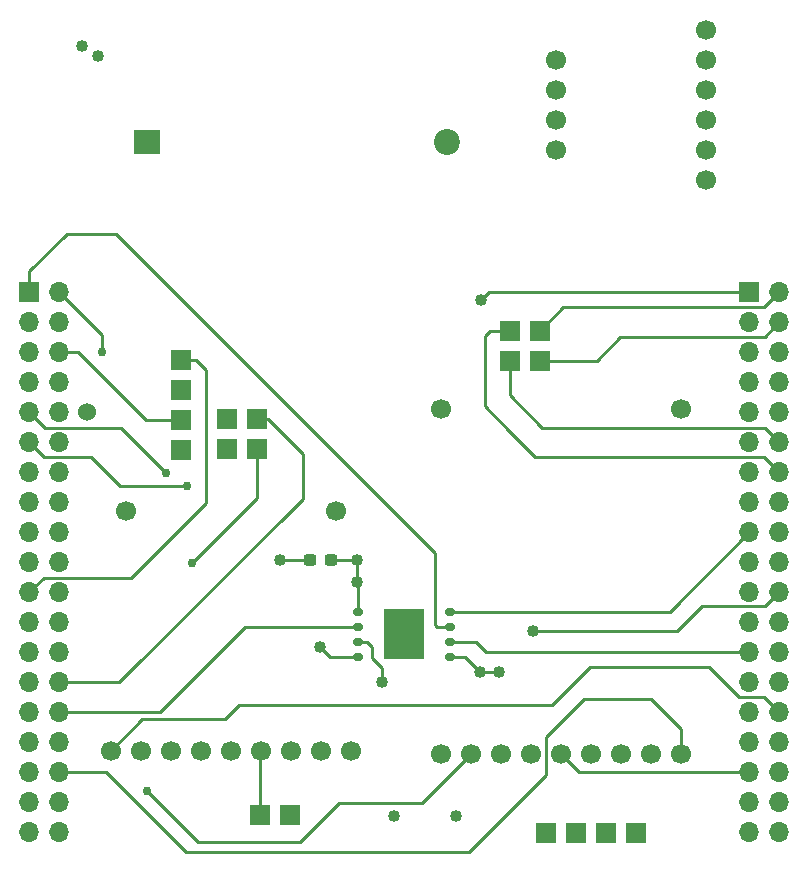
<source format=gbl>
G04 #@! TF.GenerationSoftware,KiCad,Pcbnew,(5.99.0-13294-g19fc8c6d98)*
G04 #@! TF.CreationDate,2021-12-07T19:06:38+01:00*
G04 #@! TF.ProjectId,easycomm,65617379-636f-46d6-9d2e-6b696361645f,rev?*
G04 #@! TF.SameCoordinates,Original*
G04 #@! TF.FileFunction,Copper,L4,Bot*
G04 #@! TF.FilePolarity,Positive*
%FSLAX46Y46*%
G04 Gerber Fmt 4.6, Leading zero omitted, Abs format (unit mm)*
G04 Created by KiCad (PCBNEW (5.99.0-13294-g19fc8c6d98)) date 2021-12-07 19:06:38*
%MOMM*%
%LPD*%
G01*
G04 APERTURE LIST*
G04 Aperture macros list*
%AMRoundRect*
0 Rectangle with rounded corners*
0 $1 Rounding radius*
0 $2 $3 $4 $5 $6 $7 $8 $9 X,Y pos of 4 corners*
0 Add a 4 corners polygon primitive as box body*
4,1,4,$2,$3,$4,$5,$6,$7,$8,$9,$2,$3,0*
0 Add four circle primitives for the rounded corners*
1,1,$1+$1,$2,$3*
1,1,$1+$1,$4,$5*
1,1,$1+$1,$6,$7*
1,1,$1+$1,$8,$9*
0 Add four rect primitives between the rounded corners*
20,1,$1+$1,$2,$3,$4,$5,0*
20,1,$1+$1,$4,$5,$6,$7,0*
20,1,$1+$1,$6,$7,$8,$9,0*
20,1,$1+$1,$8,$9,$2,$3,0*%
G04 Aperture macros list end*
G04 #@! TA.AperFunction,ComponentPad*
%ADD10R,1.700000X1.700000*%
G04 #@! TD*
G04 #@! TA.AperFunction,ComponentPad*
%ADD11O,1.700000X1.700000*%
G04 #@! TD*
G04 #@! TA.AperFunction,ComponentPad*
%ADD12C,1.700000*%
G04 #@! TD*
G04 #@! TA.AperFunction,ComponentPad*
%ADD13R,2.200000X2.000000*%
G04 #@! TD*
G04 #@! TA.AperFunction,ComponentPad*
%ADD14C,2.200000*%
G04 #@! TD*
G04 #@! TA.AperFunction,SMDPad,CuDef*
%ADD15RoundRect,0.150000X0.250000X0.150000X-0.250000X0.150000X-0.250000X-0.150000X0.250000X-0.150000X0*%
G04 #@! TD*
G04 #@! TA.AperFunction,SMDPad,CuDef*
%ADD16R,3.400000X4.300000*%
G04 #@! TD*
G04 #@! TA.AperFunction,SMDPad,CuDef*
%ADD17RoundRect,0.237500X0.300000X0.237500X-0.300000X0.237500X-0.300000X-0.237500X0.300000X-0.237500X0*%
G04 #@! TD*
G04 #@! TA.AperFunction,ViaPad*
%ADD18C,0.762000*%
G04 #@! TD*
G04 #@! TA.AperFunction,ViaPad*
%ADD19C,1.524000*%
G04 #@! TD*
G04 #@! TA.AperFunction,ViaPad*
%ADD20C,1.016000*%
G04 #@! TD*
G04 #@! TA.AperFunction,Conductor*
%ADD21C,0.254000*%
G04 #@! TD*
G04 APERTURE END LIST*
D10*
G04 #@! TO.P,J2,1,Pin_1*
G04 #@! TO.N,/FLASH_IO1*
X108250000Y-76030000D03*
D11*
G04 #@! TO.P,J2,2,Pin_2*
G04 #@! TO.N,/BLE_IRQ*
X110790000Y-76030000D03*
G04 #@! TO.P,J2,3,Pin_3*
G04 #@! TO.N,/LED_STATUS1*
X108250000Y-78570000D03*
G04 #@! TO.P,J2,4,Pin_4*
G04 #@! TO.N,/BLE_RST*
X110790000Y-78570000D03*
G04 #@! TO.P,J2,5,Pin_5*
G04 #@! TO.N,unconnected-(J2-Pad5)*
X108250000Y-81110000D03*
G04 #@! TO.P,J2,6,Pin_6*
G04 #@! TO.N,+5V*
X110790000Y-81110000D03*
G04 #@! TO.P,J2,7,Pin_7*
G04 #@! TO.N,unconnected-(J2-Pad7)*
X108250000Y-83650000D03*
G04 #@! TO.P,J2,8,Pin_8*
G04 #@! TO.N,GND*
X110790000Y-83650000D03*
G04 #@! TO.P,J2,9,Pin_9*
G04 #@! TO.N,/XTRA4_D*
X108250000Y-86190000D03*
G04 #@! TO.P,J2,10,Pin_10*
G04 #@! TO.N,+3V3*
X110790000Y-86190000D03*
G04 #@! TO.P,J2,11,Pin_11*
G04 #@! TO.N,/XTRA5_D*
X108250000Y-88730000D03*
G04 #@! TO.P,J2,12,Pin_12*
G04 #@! TO.N,unconnected-(J2-Pad12)*
X110790000Y-88730000D03*
G04 #@! TO.P,J2,13,Pin_13*
G04 #@! TO.N,unconnected-(J2-Pad13)*
X108250000Y-91270000D03*
G04 #@! TO.P,J2,14,Pin_14*
G04 #@! TO.N,unconnected-(J2-Pad14)*
X110790000Y-91270000D03*
G04 #@! TO.P,J2,15,Pin_15*
G04 #@! TO.N,unconnected-(J2-Pad15)*
X108250000Y-93810000D03*
G04 #@! TO.P,J2,16,Pin_16*
G04 #@! TO.N,unconnected-(J2-Pad16)*
X110790000Y-93810000D03*
G04 #@! TO.P,J2,17,Pin_17*
G04 #@! TO.N,/PA15*
X108250000Y-96350000D03*
G04 #@! TO.P,J2,18,Pin_18*
G04 #@! TO.N,unconnected-(J2-Pad18)*
X110790000Y-96350000D03*
G04 #@! TO.P,J2,19,Pin_19*
G04 #@! TO.N,GND*
X108250000Y-98890000D03*
G04 #@! TO.P,J2,20,Pin_20*
X110790000Y-98890000D03*
G04 #@! TO.P,J2,21,Pin_21*
G04 #@! TO.N,/BUZZ*
X108250000Y-101430000D03*
G04 #@! TO.P,J2,22,Pin_22*
G04 #@! TO.N,GND*
X110790000Y-101430000D03*
G04 #@! TO.P,J2,23,Pin_23*
G04 #@! TO.N,unconnected-(J2-Pad23)*
X108250000Y-103970000D03*
G04 #@! TO.P,J2,24,Pin_24*
G04 #@! TO.N,unconnected-(J2-Pad24)*
X110790000Y-103970000D03*
G04 #@! TO.P,J2,25,Pin_25*
G04 #@! TO.N,unconnected-(J2-Pad25)*
X108250000Y-106510000D03*
G04 #@! TO.P,J2,26,Pin_26*
G04 #@! TO.N,unconnected-(J2-Pad26)*
X110790000Y-106510000D03*
G04 #@! TO.P,J2,27,Pin_27*
G04 #@! TO.N,unconnected-(J2-Pad27)*
X108250000Y-109050000D03*
G04 #@! TO.P,J2,28,Pin_28*
G04 #@! TO.N,/PA0*
X110790000Y-109050000D03*
G04 #@! TO.P,J2,29,Pin_29*
G04 #@! TO.N,unconnected-(J2-Pad29)*
X108250000Y-111590000D03*
G04 #@! TO.P,J2,30,Pin_30*
G04 #@! TO.N,/FLASH_RESET*
X110790000Y-111590000D03*
G04 #@! TO.P,J2,31,Pin_31*
G04 #@! TO.N,unconnected-(J2-Pad31)*
X108250000Y-114130000D03*
G04 #@! TO.P,J2,32,Pin_32*
G04 #@! TO.N,unconnected-(J2-Pad32)*
X110790000Y-114130000D03*
G04 #@! TO.P,J2,33,Pin_33*
G04 #@! TO.N,/VBAT*
X108250000Y-116670000D03*
G04 #@! TO.P,J2,34,Pin_34*
G04 #@! TO.N,/PPS*
X110790000Y-116670000D03*
G04 #@! TO.P,J2,35,Pin_35*
G04 #@! TO.N,/BLE_MISO*
X108250000Y-119210000D03*
G04 #@! TO.P,J2,36,Pin_36*
G04 #@! TO.N,/GPS_ENABLE*
X110790000Y-119210000D03*
G04 #@! TO.P,J2,37,Pin_37*
G04 #@! TO.N,/BLE_MOSI*
X108250000Y-121750000D03*
G04 #@! TO.P,J2,38,Pin_38*
G04 #@! TO.N,unconnected-(J2-Pad38)*
X110790000Y-121750000D03*
G04 #@! TD*
D10*
G04 #@! TO.P,BUZZ,1,1*
G04 #@! TO.N,/BUZZ*
X121100000Y-81760000D03*
G04 #@! TD*
G04 #@! TO.P,PA11,1,Pin_1*
G04 #@! TO.N,/PA11*
X148942000Y-79280000D03*
G04 #@! TD*
G04 #@! TO.P,PC8,1,Pin_1*
G04 #@! TO.N,/PC8*
X151482000Y-79280000D03*
G04 #@! TD*
G04 #@! TO.P,PC6,1,Pin_1*
G04 #@! TO.N,/PC6*
X151482000Y-81820000D03*
G04 #@! TD*
G04 #@! TO.P,PA15,1,Pin_1*
G04 #@! TO.N,/PA15*
X127540000Y-89340000D03*
G04 #@! TD*
G04 #@! TO.P,J8,1,Pin_1*
G04 #@! TO.N,GND*
X130340000Y-120300000D03*
G04 #@! TD*
G04 #@! TO.P,SX2,1,Pin_1*
G04 #@! TO.N,/S_XTRA2*
X157070000Y-121825000D03*
G04 #@! TD*
G04 #@! TO.P,GND,1,1*
G04 #@! TO.N,GND*
X121100000Y-84300000D03*
G04 #@! TD*
G04 #@! TO.P,PB4,1,Pin_1*
G04 #@! TO.N,/PB4*
X151990000Y-121825000D03*
G04 #@! TD*
D12*
G04 #@! TO.P,U3,1,Vin*
G04 #@! TO.N,+3V3*
X165550000Y-66550000D03*
G04 #@! TO.P,U3,2,Vout*
G04 #@! TO.N,unconnected-(U3-Pad2)*
X165550000Y-64010000D03*
G04 #@! TO.P,U3,3,GND*
G04 #@! TO.N,GND*
X165550000Y-61470000D03*
G04 #@! TO.P,U3,4,SCL*
G04 #@! TO.N,/IMU_SCL*
X165550000Y-58930000D03*
G04 #@! TO.P,U3,5,SDA*
G04 #@! TO.N,/IMU_SDA*
X165550000Y-56390000D03*
G04 #@! TO.P,U3,6,INTM*
G04 #@! TO.N,/INTM*
X165550000Y-53850000D03*
G04 #@! TO.P,U3,7,DRDY*
G04 #@! TO.N,unconnected-(U3-Pad7)*
X152850000Y-64010000D03*
G04 #@! TO.P,U3,8,ADM*
G04 #@! TO.N,unconnected-(U3-Pad8)*
X152850000Y-61470000D03*
G04 #@! TO.P,U3,9,INT1*
G04 #@! TO.N,/IMU_INT1*
X152850000Y-58930000D03*
G04 #@! TO.P,U3,10,AGAD*
G04 #@! TO.N,unconnected-(U3-Pad10)*
X152850000Y-56390000D03*
G04 #@! TD*
G04 #@! TO.P,U2,1,3VOUT*
G04 #@! TO.N,unconnected-(U2-Pad1)*
X143100000Y-115156000D03*
G04 #@! TO.P,U2,2,ENABLE*
G04 #@! TO.N,/GPS_ENABLE*
X145640000Y-115156000D03*
G04 #@! TO.P,U2,3,VBAT*
G04 #@! TO.N,/VBAT*
X148180000Y-115156000D03*
G04 #@! TO.P,U2,4,FIX*
G04 #@! TO.N,unconnected-(U2-Pad4)*
X150720000Y-115156000D03*
G04 #@! TO.P,U2,5,TX*
G04 #@! TO.N,/TX_RX*
X153260000Y-115156000D03*
G04 #@! TO.P,U2,6,RX*
G04 #@! TO.N,/RX_TX*
X155800000Y-115156000D03*
G04 #@! TO.P,U2,7,GND*
G04 #@! TO.N,GND*
X158340000Y-115156000D03*
G04 #@! TO.P,U2,8,VIN*
G04 #@! TO.N,+3V3*
X160880000Y-115156000D03*
G04 #@! TO.P,U2,9,PPS*
G04 #@! TO.N,/PPS*
X163420000Y-115156000D03*
G04 #@! TO.P,U2,10*
G04 #@! TO.N,N/C*
X143100000Y-85884000D03*
G04 #@! TO.P,U2,11*
X163420000Y-85884000D03*
G04 #@! TD*
D10*
G04 #@! TO.P,SX3,1,Pin_1*
G04 #@! TO.N,/S_XTRA3*
X159610000Y-121825000D03*
G04 #@! TD*
G04 #@! TO.P,3V3,1,1*
G04 #@! TO.N,+3V3*
X121100000Y-89380000D03*
G04 #@! TD*
G04 #@! TO.P,J1,1,Pin_1*
G04 #@! TO.N,/FLASH_IO0*
X169210000Y-76030000D03*
D11*
G04 #@! TO.P,J1,2,Pin_2*
G04 #@! TO.N,/PC8*
X171750000Y-76030000D03*
G04 #@! TO.P,J1,3,Pin_3*
G04 #@! TO.N,/IMU_SCL*
X169210000Y-78570000D03*
G04 #@! TO.P,J1,4,Pin_4*
G04 #@! TO.N,/PC6*
X171750000Y-78570000D03*
G04 #@! TO.P,J1,5,Pin_5*
G04 #@! TO.N,/IMU_SDA*
X169210000Y-81110000D03*
G04 #@! TO.P,J1,6,Pin_6*
G04 #@! TO.N,unconnected-(J1-Pad6)*
X171750000Y-81110000D03*
G04 #@! TO.P,J1,7,Pin_7*
G04 #@! TO.N,unconnected-(J1-Pad7)*
X169210000Y-83650000D03*
G04 #@! TO.P,J1,8,Pin_8*
G04 #@! TO.N,unconnected-(J1-Pad8)*
X171750000Y-83650000D03*
G04 #@! TO.P,J1,9,Pin_9*
G04 #@! TO.N,GND*
X169210000Y-86190000D03*
G04 #@! TO.P,J1,10,Pin_10*
G04 #@! TO.N,unconnected-(J1-Pad10)*
X171750000Y-86190000D03*
G04 #@! TO.P,J1,11,Pin_11*
G04 #@! TO.N,unconnected-(J1-Pad11)*
X169210000Y-88730000D03*
G04 #@! TO.P,J1,12,Pin_12*
G04 #@! TO.N,/PA12*
X171750000Y-88730000D03*
G04 #@! TO.P,J1,13,Pin_13*
G04 #@! TO.N,unconnected-(J1-Pad13)*
X169210000Y-91270000D03*
G04 #@! TO.P,J1,14,Pin_14*
G04 #@! TO.N,/PA11*
X171750000Y-91270000D03*
G04 #@! TO.P,J1,15,Pin_15*
G04 #@! TO.N,unconnected-(J1-Pad15)*
X169210000Y-93810000D03*
G04 #@! TO.P,J1,16,Pin_16*
G04 #@! TO.N,/BLE_CS*
X171750000Y-93810000D03*
G04 #@! TO.P,J1,17,Pin_17*
G04 #@! TO.N,/FLASH_CS*
X169210000Y-96350000D03*
G04 #@! TO.P,J1,18,Pin_18*
G04 #@! TO.N,unconnected-(J1-Pad18)*
X171750000Y-96350000D03*
G04 #@! TO.P,J1,19,Pin_19*
G04 #@! TO.N,/LED_STATUS2*
X169210000Y-98890000D03*
G04 #@! TO.P,J1,20,Pin_20*
G04 #@! TO.N,GND*
X171750000Y-98890000D03*
G04 #@! TO.P,J1,21,Pin_21*
G04 #@! TO.N,/RX_TX*
X169210000Y-101430000D03*
G04 #@! TO.P,J1,22,Pin_22*
G04 #@! TO.N,/FLASH_CLK*
X171750000Y-101430000D03*
G04 #@! TO.P,J1,23,Pin_23*
G04 #@! TO.N,/INTM*
X169210000Y-103970000D03*
G04 #@! TO.P,J1,24,Pin_24*
G04 #@! TO.N,unconnected-(J1-Pad24)*
X171750000Y-103970000D03*
G04 #@! TO.P,J1,25,Pin_25*
G04 #@! TO.N,/FLASH_WP*
X169210000Y-106510000D03*
G04 #@! TO.P,J1,26,Pin_26*
G04 #@! TO.N,unconnected-(J1-Pad26)*
X171750000Y-106510000D03*
G04 #@! TO.P,J1,27,Pin_27*
G04 #@! TO.N,/PB4*
X169210000Y-109050000D03*
G04 #@! TO.P,J1,28,Pin_28*
G04 #@! TO.N,/PB14*
X171750000Y-109050000D03*
G04 #@! TO.P,J1,29,Pin_29*
G04 #@! TO.N,/IMU_INT1*
X169210000Y-111590000D03*
G04 #@! TO.P,J1,30,Pin_30*
G04 #@! TO.N,/BLE_CLK*
X171750000Y-111590000D03*
G04 #@! TO.P,J1,31,Pin_31*
G04 #@! TO.N,unconnected-(J1-Pad31)*
X169210000Y-114130000D03*
G04 #@! TO.P,J1,32,Pin_32*
G04 #@! TO.N,unconnected-(J1-Pad32)*
X171750000Y-114130000D03*
G04 #@! TO.P,J1,33,Pin_33*
G04 #@! TO.N,/TX_RX*
X169210000Y-116670000D03*
G04 #@! TO.P,J1,34,Pin_34*
G04 #@! TO.N,unconnected-(J1-Pad34)*
X171750000Y-116670000D03*
G04 #@! TO.P,J1,35,Pin_35*
G04 #@! TO.N,unconnected-(J1-Pad35)*
X169210000Y-119210000D03*
G04 #@! TO.P,J1,36,Pin_36*
G04 #@! TO.N,/S_XTRA2*
X171750000Y-119210000D03*
G04 #@! TO.P,J1,37,Pin_37*
G04 #@! TO.N,unconnected-(J1-Pad37)*
X169210000Y-121750000D03*
G04 #@! TO.P,J1,38,Pin_38*
G04 #@! TO.N,/S_XTRA3*
X171750000Y-121750000D03*
G04 #@! TD*
D10*
G04 #@! TO.P,5V,1,1*
G04 #@! TO.N,+5V*
X121100000Y-86840000D03*
G04 #@! TD*
G04 #@! TO.P,J7,1,Pin_1*
G04 #@! TO.N,/DFU*
X127800000Y-120300000D03*
G04 #@! TD*
D12*
G04 #@! TO.P,U1,1,CLK*
G04 #@! TO.N,/BLE_CLK*
X115160000Y-114840000D03*
G04 #@! TO.P,U1,2,MISO*
G04 #@! TO.N,/BLE_MISO*
X117700000Y-114840000D03*
G04 #@! TO.P,U1,3,MOSI*
G04 #@! TO.N,/BLE_MOSI*
X120240000Y-114840000D03*
G04 #@! TO.P,U1,4,CS*
G04 #@! TO.N,/BLE_CS*
X122780000Y-114840000D03*
G04 #@! TO.P,U1,5,IRQ*
G04 #@! TO.N,/BLE_IRQ*
X125320000Y-114840000D03*
G04 #@! TO.P,U1,6,DFU*
G04 #@! TO.N,/DFU*
X127860000Y-114840000D03*
G04 #@! TO.P,U1,7,RST*
G04 #@! TO.N,/BLE_RST*
X130400000Y-114840000D03*
G04 #@! TO.P,U1,8,GND*
G04 #@! TO.N,GND*
X132940000Y-114840000D03*
G04 #@! TO.P,U1,9,VIN*
G04 #@! TO.N,+3V3*
X135480000Y-114840000D03*
G04 #@! TO.P,U1,10*
G04 #@! TO.N,N/C*
X116430000Y-94520000D03*
G04 #@! TO.P,U1,11*
X134210000Y-94520000D03*
G04 #@! TD*
D10*
G04 #@! TO.P,PA0,1,Pin_1*
G04 #@! TO.N,/PA0*
X127540000Y-86800000D03*
G04 #@! TD*
G04 #@! TO.P,DX4,1,Pin_1*
G04 #@! TO.N,/XTRA4_D*
X125000000Y-86800000D03*
G04 #@! TD*
D13*
G04 #@! TO.P,BZ1,1,-*
G04 #@! TO.N,Net-(BZ1-Pad1)*
X118200000Y-63350000D03*
D14*
G04 #@! TO.P,BZ1,2,+*
G04 #@! TO.N,Net-(BZ1-Pad2)*
X143600000Y-63350000D03*
G04 #@! TD*
D10*
G04 #@! TO.P,PA12,1,Pin_1*
G04 #@! TO.N,/PA12*
X148942000Y-81820000D03*
G04 #@! TD*
G04 #@! TO.P,PB14,1,Pin_1*
G04 #@! TO.N,/PB14*
X154530000Y-121825000D03*
G04 #@! TD*
G04 #@! TO.P,DX5,1,Pin_1*
G04 #@! TO.N,/XTRA5_D*
X125000000Y-89340000D03*
G04 #@! TD*
D15*
G04 #@! TO.P,U4,1,~{CS}*
G04 #@! TO.N,/FLASH_CS*
X143900000Y-103095000D03*
G04 #@! TO.P,U4,2,DO(IO1)*
G04 #@! TO.N,/FLASH_IO1*
X143900000Y-104365000D03*
G04 #@! TO.P,U4,3,IO2/WP*
G04 #@! TO.N,/FLASH_WP*
X143900000Y-105635000D03*
G04 #@! TO.P,U4,4,GND*
G04 #@! TO.N,GND*
X143900000Y-106905000D03*
G04 #@! TO.P,U4,5,DI(IO0)*
G04 #@! TO.N,/FLASH_IO0*
X136100000Y-106905000D03*
G04 #@! TO.P,U4,6,CLK*
G04 #@! TO.N,/FLASH_CLK*
X136100000Y-105635000D03*
G04 #@! TO.P,U4,7,IO3/HOLD/RESET*
G04 #@! TO.N,/FLASH_RESET*
X136100000Y-104365000D03*
G04 #@! TO.P,U4,8,VCC*
G04 #@! TO.N,+3V3*
X136100000Y-103095000D03*
D16*
G04 #@! TO.P,U4,9*
G04 #@! TO.N,N/C*
X140000000Y-105000000D03*
G04 #@! TD*
D17*
G04 #@! TO.P,C1,1*
G04 #@! TO.N,+3V3*
X133762500Y-98700000D03*
G04 #@! TO.P,C1,2*
G04 #@! TO.N,GND*
X132037500Y-98700000D03*
G04 #@! TD*
D18*
G04 #@! TO.N,/XTRA4_D*
X119800000Y-91300000D03*
G04 #@! TO.N,/XTRA5_D*
X121600000Y-92400000D03*
G04 #@! TO.N,/PA15*
X122000000Y-99000000D03*
D19*
G04 #@! TO.N,+3V3*
X113099999Y-86200001D03*
D18*
G04 #@! TO.N,/BLE_IRQ*
X114400000Y-81100000D03*
G04 #@! TO.N,/GPS_ENABLE*
X118200000Y-118300000D03*
D20*
G04 #@! TO.N,/FLASH_IO0*
X132900000Y-106100000D03*
X146500000Y-76700000D03*
G04 #@! TO.N,GND*
X114100000Y-56000000D03*
X129500000Y-98700000D03*
X144400000Y-120400000D03*
X148000000Y-108200000D03*
X112700000Y-55200000D03*
X139100000Y-120400000D03*
X146400000Y-108200000D03*
G04 #@! TO.N,/FLASH_CLK*
X150900000Y-104700000D03*
X138100000Y-109000000D03*
G04 #@! TO.N,+3V3*
X136000000Y-100600000D03*
X136000000Y-98700000D03*
G04 #@! TD*
D21*
G04 #@! TO.N,/XTRA4_D*
X108250000Y-86190000D02*
X109560000Y-87500000D01*
X109560000Y-87500000D02*
X116000000Y-87500000D01*
X116000000Y-87500000D02*
X119800000Y-91300000D01*
G04 #@! TO.N,/XTRA5_D*
X108250000Y-88730000D02*
X109520000Y-90000000D01*
X109520000Y-90000000D02*
X113500000Y-90000000D01*
X113500000Y-90000000D02*
X115900000Y-92400000D01*
X115900000Y-92400000D02*
X121600000Y-92400000D01*
G04 #@! TO.N,/PA15*
X127540000Y-93460000D02*
X127540000Y-89340000D01*
X122000000Y-99000000D02*
X127540000Y-93460000D01*
G04 #@! TO.N,/BUZZ*
X108250000Y-101430000D02*
X109480000Y-100200000D01*
X116900000Y-100200000D02*
X123200000Y-93900000D01*
X109480000Y-100200000D02*
X116900000Y-100200000D01*
X122360000Y-81760000D02*
X121100000Y-81760000D01*
X123200000Y-93900000D02*
X123200000Y-82600000D01*
X123200000Y-82600000D02*
X122360000Y-81760000D01*
G04 #@! TO.N,/PA0*
X131400000Y-93500000D02*
X131400000Y-89700000D01*
X110790000Y-109050000D02*
X115850000Y-109050000D01*
X128500000Y-86800000D02*
X127540000Y-86800000D01*
X115850000Y-109050000D02*
X131400000Y-93500000D01*
X131400000Y-89700000D02*
X128500000Y-86800000D01*
G04 #@! TO.N,+5V*
X121100000Y-86840000D02*
X118140000Y-86840000D01*
X118140000Y-86840000D02*
X112410000Y-81110000D01*
X112410000Y-81110000D02*
X110790000Y-81110000D01*
G04 #@! TO.N,/BLE_IRQ*
X114400000Y-81100000D02*
X114400000Y-79640000D01*
X114400000Y-79640000D02*
X110790000Y-76030000D01*
G04 #@! TO.N,/GPS_ENABLE*
X131200000Y-122600000D02*
X122500000Y-122600000D01*
X122500000Y-122600000D02*
X118200000Y-118300000D01*
X141496000Y-119300000D02*
X134900000Y-119300000D01*
X134500000Y-119300000D02*
X131200000Y-122600000D01*
X145640000Y-115156000D02*
X141496000Y-119300000D01*
X134900000Y-119300000D02*
X134500000Y-119300000D01*
G04 #@! TO.N,/BLE_CLK*
X115160000Y-114840000D02*
X117800000Y-112200000D01*
X126000000Y-111000000D02*
X152500000Y-111000000D01*
X117800000Y-112200000D02*
X124800000Y-112200000D01*
X124800000Y-112200000D02*
X126000000Y-111000000D01*
X152500000Y-111000000D02*
X155700000Y-107800000D01*
X155700000Y-107800000D02*
X165800000Y-107800000D01*
X168300000Y-110300000D02*
X170460000Y-110300000D01*
X165800000Y-107800000D02*
X168300000Y-110300000D01*
X170460000Y-110300000D02*
X171750000Y-111590000D01*
G04 #@! TO.N,/FLASH_IO0*
X133705000Y-106905000D02*
X132900000Y-106100000D01*
X146500000Y-76700000D02*
X147170000Y-76030000D01*
X147170000Y-76030000D02*
X169210000Y-76030000D01*
X136100000Y-106905000D02*
X133705000Y-106905000D01*
G04 #@! TO.N,/PC8*
X170480000Y-77300000D02*
X153462000Y-77300000D01*
X153462000Y-77300000D02*
X151482000Y-79280000D01*
X171750000Y-76030000D02*
X170480000Y-77300000D01*
G04 #@! TO.N,/PC6*
X158300000Y-79800000D02*
X156280000Y-81820000D01*
X170520000Y-79800000D02*
X158300000Y-79800000D01*
X171750000Y-78570000D02*
X170520000Y-79800000D01*
X156280000Y-81820000D02*
X151482000Y-81820000D01*
G04 #@! TO.N,/PA12*
X170520000Y-87500000D02*
X151700000Y-87500000D01*
X151700000Y-87500000D02*
X148942000Y-84742000D01*
X148942000Y-84742000D02*
X148942000Y-81820000D01*
X171750000Y-88730000D02*
X170520000Y-87500000D01*
G04 #@! TO.N,/PA11*
X146800000Y-85692752D02*
X146800000Y-79700000D01*
X146800000Y-79700000D02*
X147220000Y-79280000D01*
X151107248Y-90000000D02*
X148935955Y-87828707D01*
X147220000Y-79280000D02*
X148942000Y-79280000D01*
X170480000Y-90000000D02*
X151107248Y-90000000D01*
X171750000Y-91270000D02*
X170480000Y-90000000D01*
X148935955Y-87828707D02*
X146800000Y-85692752D01*
G04 #@! TO.N,GND*
X145105000Y-106905000D02*
X143900000Y-106905000D01*
X148000000Y-108200000D02*
X146400000Y-108200000D01*
X132037500Y-98700000D02*
X129500000Y-98700000D01*
X146400000Y-108200000D02*
X145105000Y-106905000D01*
G04 #@! TO.N,/FLASH_CS*
X162465000Y-103095000D02*
X143900000Y-103095000D01*
X169210000Y-96350000D02*
X162465000Y-103095000D01*
G04 #@! TO.N,/FLASH_CLK*
X137300000Y-106100000D02*
X136835000Y-105635000D01*
X138100000Y-109000000D02*
X138100000Y-107826942D01*
X171750000Y-101430000D02*
X170580000Y-102600000D01*
X163100000Y-104700000D02*
X150900000Y-104700000D01*
X136835000Y-105635000D02*
X136100000Y-105635000D01*
X170193489Y-102606511D02*
X165193489Y-102606511D01*
X165193489Y-102606511D02*
X163100000Y-104700000D01*
X170580000Y-102600000D02*
X170200000Y-102600000D01*
X170200000Y-102600000D02*
X170193489Y-102606511D01*
X138100000Y-107826942D02*
X137300000Y-107026942D01*
X137300000Y-107026942D02*
X137300000Y-106100000D01*
G04 #@! TO.N,+3V3*
X136000000Y-100600000D02*
X136000000Y-98700000D01*
X136100000Y-103095000D02*
X136100000Y-100700000D01*
X136100000Y-100700000D02*
X136000000Y-100600000D01*
X136000000Y-98700000D02*
X133762500Y-98700000D01*
G04 #@! TO.N,/FLASH_WP*
X169210000Y-106510000D02*
X146910000Y-106510000D01*
X146035000Y-105635000D02*
X143900000Y-105635000D01*
X146910000Y-106510000D02*
X146035000Y-105635000D01*
G04 #@! TO.N,/TX_RX*
X169210000Y-116670000D02*
X154774000Y-116670000D01*
X154774000Y-116670000D02*
X153260000Y-115156000D01*
G04 #@! TO.N,/FLASH_IO1*
X108250000Y-74250000D02*
X108250000Y-76030000D01*
X142600000Y-98100000D02*
X115600000Y-71100000D01*
X142600000Y-104200000D02*
X142600000Y-98100000D01*
X142765000Y-104365000D02*
X142600000Y-104200000D01*
X111400000Y-71100000D02*
X108250000Y-74250000D01*
X143900000Y-104365000D02*
X142765000Y-104365000D01*
X115600000Y-71100000D02*
X111400000Y-71100000D01*
G04 #@! TO.N,/FLASH_RESET*
X119310000Y-111590000D02*
X126535000Y-104365000D01*
X110790000Y-111590000D02*
X119310000Y-111590000D01*
X126535000Y-104365000D02*
X136100000Y-104365000D01*
G04 #@! TO.N,/PPS*
X163420000Y-115156000D02*
X163420000Y-113020000D01*
X163420000Y-113020000D02*
X160900000Y-110500000D01*
X121500000Y-123400000D02*
X114770000Y-116670000D01*
X145500000Y-123400000D02*
X121500000Y-123400000D01*
X160900000Y-110500000D02*
X155200000Y-110500000D01*
X155200000Y-110500000D02*
X152000000Y-113700000D01*
X152000000Y-116900000D02*
X145500000Y-123400000D01*
X114770000Y-116670000D02*
X110790000Y-116670000D01*
X152000000Y-113700000D02*
X152000000Y-116900000D01*
G04 #@! TO.N,/DFU*
X127800000Y-120300000D02*
X127800000Y-114900000D01*
X127800000Y-114900000D02*
X127860000Y-114840000D01*
G04 #@! TD*
M02*

</source>
